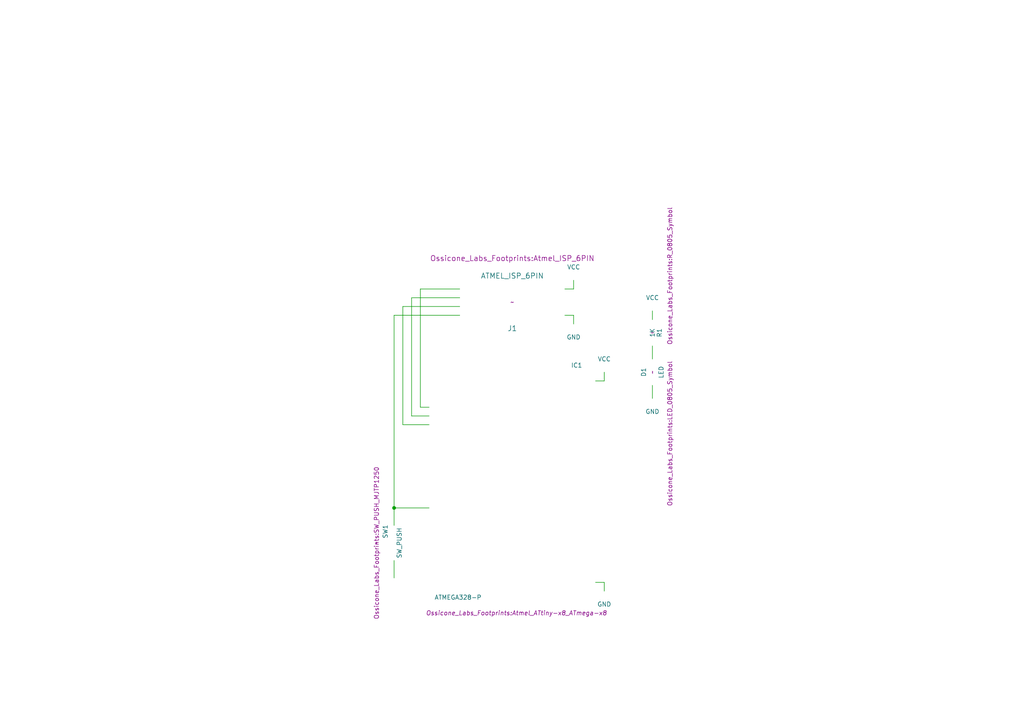
<source format=kicad_sch>
(kicad_sch (version 20230121) (generator eeschema)
  (paper "A4")
  (title_block (date "23 feb 2015") (rev "0.1"))
  (lib_symbols)
  (junction (at 114.3 147.32))
  (wire (pts (xy 114.3 91.44) (xy 133.35 91.44)))
  (wire (pts (xy 189.23 100.33) (xy 189.23 104.14)))
  (wire (pts (xy 114.3 167.64) (xy 114.3 162.56)))
  (wire (pts (xy 119.38 86.36) (xy 133.35 86.36)))
  (wire (pts (xy 175.26 110.49) (xy 175.26 107.95)))
  (wire (pts (xy 124.46 120.65) (xy 119.38 120.65)))
  (wire (pts (xy 189.23 111.76) (xy 189.23 115.57)))
  (wire (pts (xy 121.92 83.82) (xy 133.35 83.82)))
  (wire (pts (xy 163.83 83.82) (xy 166.37 83.82)))
  (wire (pts (xy 124.46 118.11) (xy 121.92 118.11)))
  (wire (pts (xy 124.46 123.19) (xy 116.84 123.19)))
  (wire (pts (xy 172.72 110.49) (xy 175.26 110.49)))
  (wire (pts (xy 166.37 83.82) (xy 166.37 81.28)))
  (wire (pts (xy 166.37 93.98) (xy 166.37 91.44)))
  (wire (pts (xy 114.3 91.44) (xy 114.3 147.32)))
  (wire (pts (xy 189.23 90.17) (xy 189.23 92.71)))
  (wire (pts (xy 124.46 147.32) (xy 114.3 147.32)))
  (wire (pts (xy 116.84 88.9) (xy 133.35 88.9)))
  (wire (pts (xy 175.26 168.91) (xy 172.72 168.91)))
  (wire (pts (xy 121.92 118.11) (xy 121.92 83.82)))
  (wire (pts (xy 116.84 123.19) (xy 116.84 88.9)))
  (wire (pts (xy 175.26 171.45) (xy 175.26 168.91)))
  (wire (pts (xy 166.37 91.44) (xy 163.83 91.44)))
  (wire (pts (xy 114.3 147.32) (xy 114.3 152.4)))
  (wire (pts (xy 119.38 120.65) (xy 119.38 86.36)))
  (symbol (lib_id "LED") (at 189.23 107.95 90) (unit 1)
    (property "Reference" "D1" (at 186.69 107.95 0))
    (property "Value" "LED" (at 191.77 107.95 0))
    (property "Footprint" "Ossicone_Labs_Footprints:LED_0805_Symbol" (at 194.31 125.73 0))
    (property "Datasheet" "~" (at 189.23 107.95 0))
  )
  (symbol (lib_id "R") (at 189.23 96.52 0) (unit 1)
    (property "Reference" "R1" (at 191.262 96.52 90))
    (property "Value" "1K" (at 189.23 96.52 90))
    (property "Footprint" "Ossicone_Labs_Footprints:R_0805_Symbol" (at 194.31 80.01 90))
    (property "Datasheet" "~" (at 189.23 96.52 0))
  )
  (symbol (lib_id "SW_Push") (at 114.3 157.48 90) (unit 1)
    (property "Reference" "SW1" (at 111.76 156.21 0) (effects (justify left)))
    (property "Value" "SW_PUSH" (at 115.824 157.48 0))
    (property "Footprint" "Ossicone_Labs_Footprints:SW_PUSH_MJTP1250" (at 109.22 157.48 0))
    (property "Datasheet" "~" (at 109.22 157.48 0))
  )
  (symbol (lib_id "ATMEL_ISP_6PIN") (at 148.59 87.63 0) (unit 1)
    (property "Reference" "J1" (at 148.59 95.25 0) (effects (font (size 1.524 1.524))))
    (property "Value" "ATMEL_ISP_6PIN" (at 148.59 80.01 0) (effects (font (size 1.524 1.524))))
    (property "Footprint" "Ossicone_Labs_Footprints:Atmel_ISP_6PIN" (at 148.59 74.93 0) (effects (font (size 1.524 1.524))))
    (property "Datasheet" "~" (at 148.59 87.63 0) (effects (font (size 1.524 1.524))))
  )
  (symbol (lib_id "ATMEGA328-P") (at 149.86 138.43 0) (mirror y) (unit 1)
    (property "Reference" "IC1" (at 168.91 106.68 0) (effects (justify left bottom)))
    (property "Value" "ATMEGA328-P" (at 139.7 173.99 0) (effects (justify left bottom)))
    (property "Footprint" "Ossicone_Labs_Footprints:Atmel_ATtiny-x8_ATmega-x8" (at 149.86 177.8 0) (effects (font italic)))
  )
  (symbol (lib_id "VCC") (at 166.37 81.28 0) (unit 1)
    (property "Reference" "#PWR01" (effects hide))
    (property "Value" "VCC" (at 166.37 77.47 0))
  )
  (symbol (lib_id "VCC") (at 175.26 107.95 0) (unit 1)
    (property "Reference" "#PWR02" (effects hide))
    (property "Value" "VCC" (at 175.26 104.14 0))
  )
  (symbol (lib_id "GND") (at 166.37 93.98 0) (unit 1)
    (property "Reference" "#PWR03" (effects hide))
    (property "Value" "GND" (at 166.37 97.79 0))
  )
  (symbol (lib_id "GND") (at 175.26 171.45 0) (unit 1)
    (property "Reference" "#PWR04" (effects hide))
    (property "Value" "GND" (at 175.26 175.26 0))
  )
  (symbol (lib_id "GND") (at 114.3 167.64 0) (unit 1)
    (property "Reference" "#PWR05" (effects hide))
    (property "Value" "GND" (effects hide))
  )
  (symbol (lib_id "VCC") (at 189.23 90.17 0) (unit 1)
    (property "Reference" "#PWR06" (effects hide))
    (property "Value" "VCC" (at 189.23 86.36 0))
  )
  (symbol (lib_id "GND") (at 189.23 115.57 0) (unit 1)
    (property "Reference" "#PWR07" (effects hide))
    (property "Value" "GND" (at 189.23 119.38 0))
  )
)
</source>
